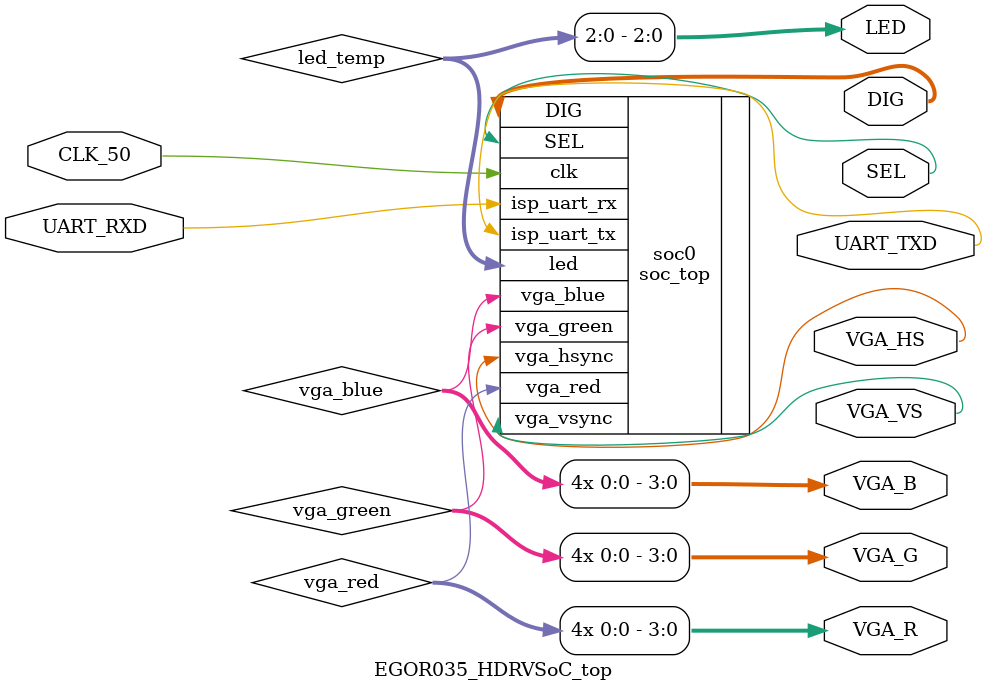
<source format=v>

module EGOR035_HDRVSoC_top(

////////////CLOCK//////////
input 		          		CLK_50,

//////////SEG8//////////
output 		                SEL,
output 		   [7:0]     	DIG,

////////////KEY//////////
//input 		     [3:0]		KEY,

////////////VGA//////////
output		     [3:0]		VGA_B,
output		     [3:0]		VGA_G,
output		          		VGA_HS,
output		     [3:0]		VGA_R,
output		          		VGA_VS,

////////////LED//////////
output		     [2:0]		LED,

////////////Serial Port//////////
output 		          		UART_TXD,
input 		          		UART_RXD 

);

wire [31:0] led_temp;

//=======================================================
//  REG/WIRE declarations
wire clk;
//=======================================================
wire vga_red, vga_green, vga_blue;
assign VGA_R = {4{vga_red}};
assign VGA_G = {4{vga_green}};
assign VGA_B = {4{vga_blue}};

soc_top soc0(
    .clk              ( CLK_50    ),
    .isp_uart_rx      ( UART_RXD  ),
    .isp_uart_tx      ( UART_TXD  ),
    .SEL      		  ( SEL       ),
    .DIG      		  ( DIG       ),
    .vga_hsync        ( VGA_HS    ),
    .vga_vsync        ( VGA_VS    ),
    .vga_red          ( vga_red   ),
    .vga_green        ( vga_green ),
    .vga_blue         ( vga_blue  ),
	.led			  (led_temp   )
);

assign LED = led_temp[3:0];

endmodule

</source>
